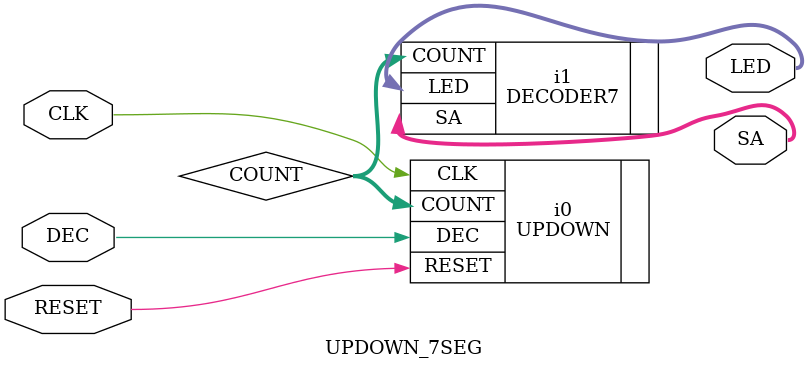
<source format=v>
module UPDOWN_7SEG(RESET, CLK, DEC, LED, SA);
input RESET, CLK, DEC;
output [7:0] LED;
output [3:0] SA;

wire [3:0] COUNT;

parameter SEC1_MAX = 6000000; // 6MHz

UPDOWN #(.SEC1_MAX(SEC1_MAX)) i0(.RESET(RESET), .CLK(CLK), .DEC(DEC), .COUNT(COUNT));
DECODER7 i1(.COUNT(COUNT), .LED(LED), .SA(SA));

endmodule

</source>
